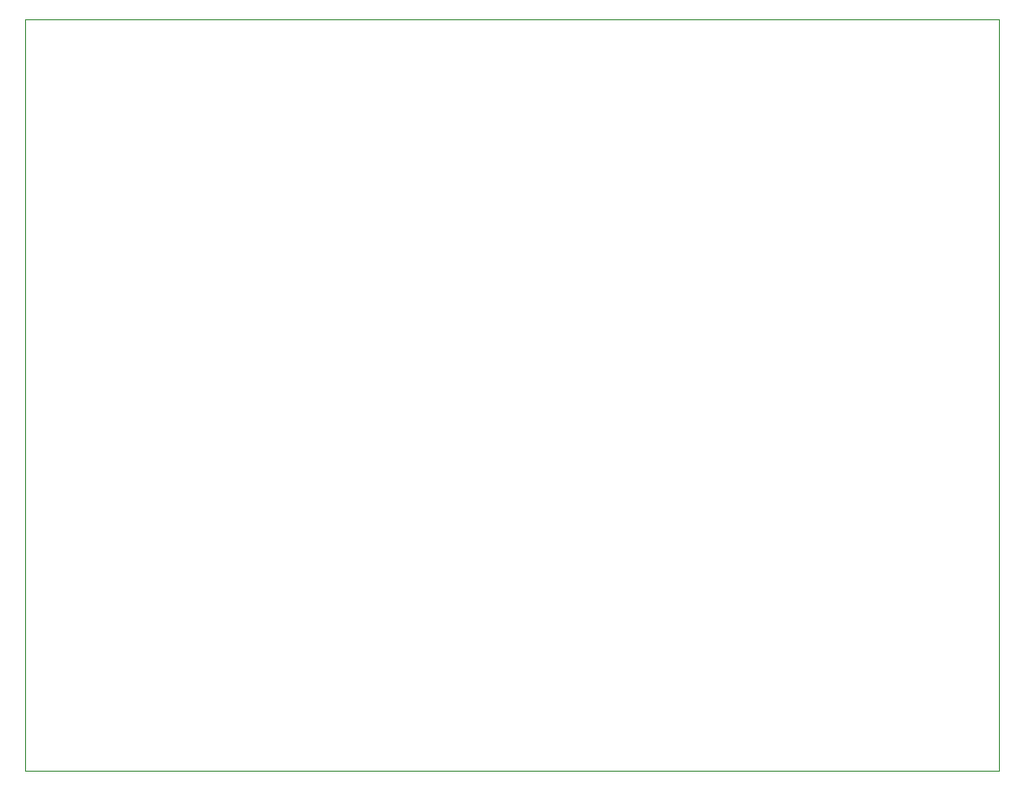
<source format=gbr>
%TF.GenerationSoftware,KiCad,Pcbnew,(5.1.8)-1*%
%TF.CreationDate,2021-05-16T23:23:04+02:00*%
%TF.ProjectId,Modbus,4d6f6462-7573-42e6-9b69-6361645f7063,rev?*%
%TF.SameCoordinates,Original*%
%TF.FileFunction,Profile,NP*%
%FSLAX46Y46*%
G04 Gerber Fmt 4.6, Leading zero omitted, Abs format (unit mm)*
G04 Created by KiCad (PCBNEW (5.1.8)-1) date 2021-05-16 23:23:04*
%MOMM*%
%LPD*%
G01*
G04 APERTURE LIST*
%TA.AperFunction,Profile*%
%ADD10C,0.050000*%
%TD*%
G04 APERTURE END LIST*
D10*
X92600000Y-59150000D02*
X92600000Y-125150000D01*
X178100000Y-59150000D02*
X92600000Y-59150000D01*
X178100000Y-125150000D02*
X178100000Y-59150000D01*
X92600000Y-125150000D02*
X178100000Y-125150000D01*
M02*

</source>
